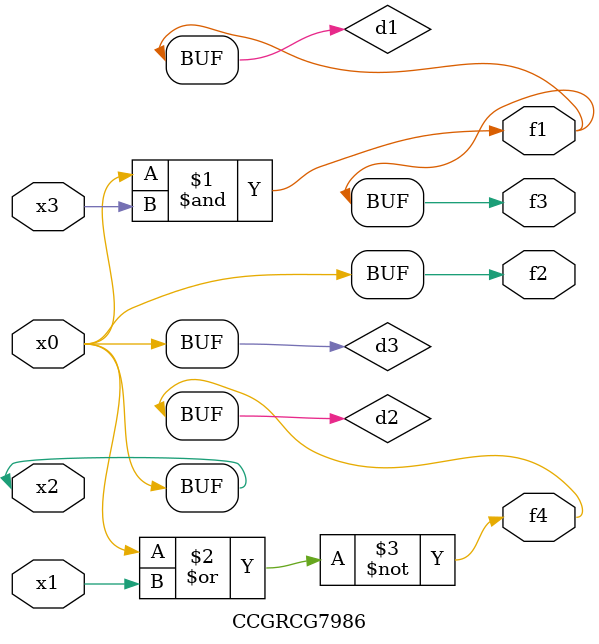
<source format=v>
module CCGRCG7986(
	input x0, x1, x2, x3,
	output f1, f2, f3, f4
);

	wire d1, d2, d3;

	and (d1, x2, x3);
	nor (d2, x0, x1);
	buf (d3, x0, x2);
	assign f1 = d1;
	assign f2 = d3;
	assign f3 = d1;
	assign f4 = d2;
endmodule

</source>
